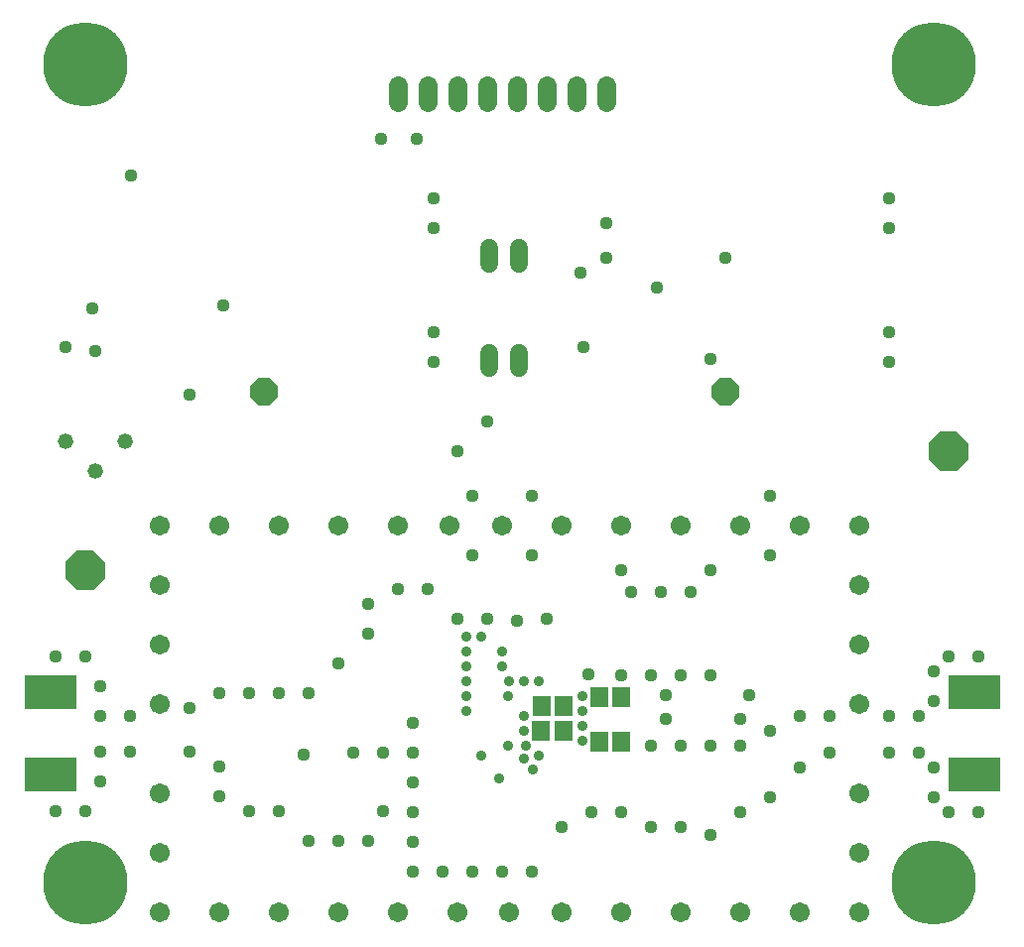
<source format=gbs>
G75*
%MOIN*%
%OFA0B0*%
%FSLAX25Y25*%
%IPPOS*%
%LPD*%
%AMOC8*
5,1,8,0,0,1.08239X$1,22.5*
%
%ADD10R,0.05918X0.06706*%
%ADD11R,0.17300X0.11300*%
%ADD12C,0.05200*%
%ADD13C,0.06000*%
%ADD14OC8,0.09300*%
%ADD15C,0.06400*%
%ADD16OC8,0.13200*%
%ADD17C,0.03581*%
%ADD18C,0.04369*%
%ADD19C,0.28359*%
%ADD20C,0.06706*%
D10*
X0211766Y0072984D03*
X0219246Y0072984D03*
X0219306Y0081350D03*
X0211825Y0081350D03*
X0231325Y0084232D03*
X0238806Y0084232D03*
X0238731Y0069382D03*
X0231250Y0069382D03*
D11*
X0357178Y0058226D03*
X0357178Y0085743D03*
X0046835Y0085743D03*
X0046835Y0058226D03*
D12*
X0061912Y0160236D03*
X0071912Y0170236D03*
X0051912Y0170236D03*
D13*
X0194254Y0194816D02*
X0194254Y0200016D01*
X0204254Y0200016D02*
X0204254Y0194816D01*
X0204254Y0230016D02*
X0204254Y0235216D01*
X0194254Y0235216D02*
X0194254Y0230016D01*
D14*
X0118506Y0186984D03*
X0273506Y0186984D03*
D15*
X0233506Y0284184D02*
X0233506Y0289784D01*
X0223506Y0289784D02*
X0223506Y0284184D01*
X0213506Y0284184D02*
X0213506Y0289784D01*
X0203506Y0289784D02*
X0203506Y0284184D01*
X0193506Y0284184D02*
X0193506Y0289784D01*
X0183506Y0289784D02*
X0183506Y0284184D01*
X0173506Y0284184D02*
X0173506Y0289784D01*
X0163506Y0289784D02*
X0163506Y0284184D01*
D16*
X0348506Y0166984D03*
X0058506Y0126984D03*
D17*
X0186506Y0104484D03*
X0186506Y0099484D03*
X0191506Y0104484D03*
X0198506Y0099484D03*
X0198506Y0094484D03*
X0201006Y0089484D03*
X0206006Y0089484D03*
X0211006Y0089484D03*
X0200506Y0084484D03*
X0206006Y0077984D03*
X0206006Y0072984D03*
X0206506Y0067984D03*
X0211006Y0064484D03*
X0209006Y0059984D03*
X0206006Y0063484D03*
X0200506Y0067984D03*
X0191506Y0064484D03*
X0197506Y0056984D03*
X0186506Y0079484D03*
X0186506Y0084484D03*
X0186506Y0089484D03*
X0186506Y0094484D03*
X0225506Y0084484D03*
X0225506Y0079484D03*
X0225506Y0074484D03*
X0225506Y0069484D03*
D18*
X0248506Y0067984D03*
X0258506Y0067984D03*
X0268506Y0067984D03*
X0278506Y0067984D03*
X0278506Y0076984D03*
X0281506Y0084984D03*
X0268506Y0091484D03*
X0258506Y0091484D03*
X0253506Y0084984D03*
X0253506Y0076984D03*
X0248506Y0091484D03*
X0238506Y0091484D03*
X0227506Y0091984D03*
X0213506Y0110484D03*
X0203506Y0109984D03*
X0193506Y0110484D03*
X0183506Y0110484D03*
X0173506Y0120484D03*
X0163506Y0120484D03*
X0153506Y0115484D03*
X0153506Y0105484D03*
X0143506Y0095484D03*
X0133506Y0085484D03*
X0123506Y0085484D03*
X0113506Y0085484D03*
X0103506Y0085484D03*
X0093506Y0080484D03*
X0093506Y0065984D03*
X0103506Y0060984D03*
X0103506Y0050984D03*
X0113506Y0045984D03*
X0123506Y0045984D03*
X0133506Y0035984D03*
X0143506Y0035984D03*
X0153506Y0035984D03*
X0158506Y0045984D03*
X0168506Y0045484D03*
X0168506Y0035484D03*
X0168506Y0025484D03*
X0178506Y0025484D03*
X0188506Y0025484D03*
X0198506Y0025484D03*
X0208506Y0025484D03*
X0218506Y0040484D03*
X0228506Y0045484D03*
X0238506Y0045484D03*
X0248506Y0040484D03*
X0258506Y0040484D03*
X0268506Y0037984D03*
X0278506Y0045484D03*
X0288506Y0050484D03*
X0298506Y0060484D03*
X0308506Y0065484D03*
X0308506Y0077984D03*
X0298506Y0077984D03*
X0288506Y0072984D03*
X0328506Y0077984D03*
X0338506Y0077984D03*
X0343506Y0082984D03*
X0343506Y0092984D03*
X0348506Y0097984D03*
X0358506Y0097984D03*
X0338506Y0065484D03*
X0343506Y0060484D03*
X0343506Y0050484D03*
X0348506Y0045484D03*
X0358506Y0045484D03*
X0328506Y0065484D03*
X0262006Y0119484D03*
X0268506Y0126984D03*
X0252006Y0119484D03*
X0242006Y0119484D03*
X0238506Y0126984D03*
X0208506Y0131984D03*
X0188506Y0131984D03*
X0188506Y0151984D03*
X0183506Y0166984D03*
X0193506Y0176984D03*
X0175506Y0196984D03*
X0175506Y0206984D03*
X0175506Y0241984D03*
X0175506Y0251984D03*
X0170006Y0271984D03*
X0158006Y0271984D03*
X0225006Y0226984D03*
X0233506Y0231984D03*
X0233506Y0243484D03*
X0250506Y0221984D03*
X0273506Y0231984D03*
X0268506Y0197984D03*
X0226006Y0201984D03*
X0208506Y0151984D03*
X0288506Y0151984D03*
X0288506Y0131984D03*
X0328506Y0196984D03*
X0328506Y0206984D03*
X0328506Y0241984D03*
X0328506Y0251984D03*
X0168506Y0075484D03*
X0168506Y0065484D03*
X0158506Y0065484D03*
X0148506Y0065484D03*
X0132006Y0064984D03*
X0168506Y0055484D03*
X0073506Y0065984D03*
X0063506Y0065984D03*
X0063506Y0055984D03*
X0058506Y0045984D03*
X0048506Y0045984D03*
X0063506Y0077984D03*
X0063506Y0087984D03*
X0058506Y0097984D03*
X0048506Y0097984D03*
X0073506Y0077984D03*
X0093506Y0185984D03*
X0062006Y0200484D03*
X0052006Y0201984D03*
X0061006Y0214984D03*
X0105006Y0215984D03*
X0074006Y0259484D03*
D19*
X0058506Y0021984D03*
X0343506Y0021984D03*
X0343506Y0296984D03*
X0058506Y0296984D03*
D20*
X0083506Y0141984D03*
X0103506Y0141984D03*
X0123506Y0141984D03*
X0143506Y0141984D03*
X0163506Y0141984D03*
X0181006Y0141984D03*
X0198506Y0141984D03*
X0218506Y0141984D03*
X0238506Y0141984D03*
X0258506Y0141984D03*
X0278506Y0141984D03*
X0298506Y0141984D03*
X0318506Y0141984D03*
X0318506Y0121984D03*
X0318506Y0101984D03*
X0318506Y0081984D03*
X0318506Y0051984D03*
X0318506Y0031984D03*
X0318506Y0011984D03*
X0298506Y0011984D03*
X0278506Y0011984D03*
X0258506Y0011984D03*
X0238506Y0011984D03*
X0218506Y0011984D03*
X0201006Y0011984D03*
X0183506Y0011984D03*
X0163506Y0011984D03*
X0143506Y0011984D03*
X0123506Y0011984D03*
X0103506Y0011984D03*
X0083506Y0011984D03*
X0083506Y0031984D03*
X0083506Y0051984D03*
X0083506Y0081984D03*
X0083506Y0101984D03*
X0083506Y0121984D03*
M02*

</source>
